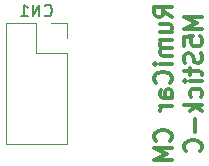
<source format=gbo>
G04 #@! TF.FileFunction,Legend,Bot*
%FSLAX46Y46*%
G04 Gerber Fmt 4.6, Leading zero omitted, Abs format (unit mm)*
G04 Created by KiCad (PCBNEW 4.0.7) date 05/22/20 14:46:27*
%MOMM*%
%LPD*%
G01*
G04 APERTURE LIST*
%ADD10C,0.100000*%
%ADD11C,0.300000*%
%ADD12C,0.120000*%
%ADD13C,0.150000*%
%ADD14R,2.100000X2.100000*%
%ADD15O,2.100000X2.100000*%
%ADD16R,1.600000X2.100000*%
%ADD17O,1.600000X2.100000*%
%ADD18C,2.100000*%
%ADD19C,3.900000*%
%ADD20C,2.000000*%
%ADD21O,2.000000X2.000000*%
G04 APERTURE END LIST*
D10*
D11*
X80048571Y-59127143D02*
X79334286Y-58627143D01*
X80048571Y-58270000D02*
X78548571Y-58270000D01*
X78548571Y-58841428D01*
X78620000Y-58984286D01*
X78691429Y-59055714D01*
X78834286Y-59127143D01*
X79048571Y-59127143D01*
X79191429Y-59055714D01*
X79262857Y-58984286D01*
X79334286Y-58841428D01*
X79334286Y-58270000D01*
X79048571Y-60412857D02*
X80048571Y-60412857D01*
X79048571Y-59770000D02*
X79834286Y-59770000D01*
X79977143Y-59841428D01*
X80048571Y-59984286D01*
X80048571Y-60198571D01*
X79977143Y-60341428D01*
X79905714Y-60412857D01*
X80048571Y-61127143D02*
X79048571Y-61127143D01*
X79191429Y-61127143D02*
X79120000Y-61198571D01*
X79048571Y-61341429D01*
X79048571Y-61555714D01*
X79120000Y-61698571D01*
X79262857Y-61770000D01*
X80048571Y-61770000D01*
X79262857Y-61770000D02*
X79120000Y-61841429D01*
X79048571Y-61984286D01*
X79048571Y-62198571D01*
X79120000Y-62341429D01*
X79262857Y-62412857D01*
X80048571Y-62412857D01*
X80048571Y-63127143D02*
X79048571Y-63127143D01*
X78548571Y-63127143D02*
X78620000Y-63055714D01*
X78691429Y-63127143D01*
X78620000Y-63198571D01*
X78548571Y-63127143D01*
X78691429Y-63127143D01*
X79905714Y-64698572D02*
X79977143Y-64627143D01*
X80048571Y-64412857D01*
X80048571Y-64270000D01*
X79977143Y-64055715D01*
X79834286Y-63912857D01*
X79691429Y-63841429D01*
X79405714Y-63770000D01*
X79191429Y-63770000D01*
X78905714Y-63841429D01*
X78762857Y-63912857D01*
X78620000Y-64055715D01*
X78548571Y-64270000D01*
X78548571Y-64412857D01*
X78620000Y-64627143D01*
X78691429Y-64698572D01*
X80048571Y-65984286D02*
X79262857Y-65984286D01*
X79120000Y-65912857D01*
X79048571Y-65770000D01*
X79048571Y-65484286D01*
X79120000Y-65341429D01*
X79977143Y-65984286D02*
X80048571Y-65841429D01*
X80048571Y-65484286D01*
X79977143Y-65341429D01*
X79834286Y-65270000D01*
X79691429Y-65270000D01*
X79548571Y-65341429D01*
X79477143Y-65484286D01*
X79477143Y-65841429D01*
X79405714Y-65984286D01*
X80048571Y-66698572D02*
X79048571Y-66698572D01*
X79334286Y-66698572D02*
X79191429Y-66770000D01*
X79120000Y-66841429D01*
X79048571Y-66984286D01*
X79048571Y-67127143D01*
X79905714Y-69627143D02*
X79977143Y-69555714D01*
X80048571Y-69341428D01*
X80048571Y-69198571D01*
X79977143Y-68984286D01*
X79834286Y-68841428D01*
X79691429Y-68770000D01*
X79405714Y-68698571D01*
X79191429Y-68698571D01*
X78905714Y-68770000D01*
X78762857Y-68841428D01*
X78620000Y-68984286D01*
X78548571Y-69198571D01*
X78548571Y-69341428D01*
X78620000Y-69555714D01*
X78691429Y-69627143D01*
X80048571Y-70270000D02*
X78548571Y-70270000D01*
X79620000Y-70770000D01*
X78548571Y-71270000D01*
X80048571Y-71270000D01*
X82598571Y-59127143D02*
X81098571Y-59127143D01*
X82170000Y-59627143D01*
X81098571Y-60127143D01*
X82598571Y-60127143D01*
X81098571Y-61555715D02*
X81098571Y-60841429D01*
X81812857Y-60770000D01*
X81741429Y-60841429D01*
X81670000Y-60984286D01*
X81670000Y-61341429D01*
X81741429Y-61484286D01*
X81812857Y-61555715D01*
X81955714Y-61627143D01*
X82312857Y-61627143D01*
X82455714Y-61555715D01*
X82527143Y-61484286D01*
X82598571Y-61341429D01*
X82598571Y-60984286D01*
X82527143Y-60841429D01*
X82455714Y-60770000D01*
X82527143Y-62198571D02*
X82598571Y-62412857D01*
X82598571Y-62770000D01*
X82527143Y-62912857D01*
X82455714Y-62984286D01*
X82312857Y-63055714D01*
X82170000Y-63055714D01*
X82027143Y-62984286D01*
X81955714Y-62912857D01*
X81884286Y-62770000D01*
X81812857Y-62484286D01*
X81741429Y-62341428D01*
X81670000Y-62270000D01*
X81527143Y-62198571D01*
X81384286Y-62198571D01*
X81241429Y-62270000D01*
X81170000Y-62341428D01*
X81098571Y-62484286D01*
X81098571Y-62841428D01*
X81170000Y-63055714D01*
X81598571Y-63484285D02*
X81598571Y-64055714D01*
X81098571Y-63698571D02*
X82384286Y-63698571D01*
X82527143Y-63769999D01*
X82598571Y-63912857D01*
X82598571Y-64055714D01*
X82598571Y-64555714D02*
X81598571Y-64555714D01*
X81098571Y-64555714D02*
X81170000Y-64484285D01*
X81241429Y-64555714D01*
X81170000Y-64627142D01*
X81098571Y-64555714D01*
X81241429Y-64555714D01*
X82527143Y-65912857D02*
X82598571Y-65770000D01*
X82598571Y-65484286D01*
X82527143Y-65341428D01*
X82455714Y-65270000D01*
X82312857Y-65198571D01*
X81884286Y-65198571D01*
X81741429Y-65270000D01*
X81670000Y-65341428D01*
X81598571Y-65484286D01*
X81598571Y-65770000D01*
X81670000Y-65912857D01*
X82598571Y-66555714D02*
X81098571Y-66555714D01*
X82027143Y-66698571D02*
X82598571Y-67127142D01*
X81598571Y-67127142D02*
X82170000Y-66555714D01*
X82027143Y-67770000D02*
X82027143Y-68912857D01*
X82455714Y-70484286D02*
X82527143Y-70412857D01*
X82598571Y-70198571D01*
X82598571Y-70055714D01*
X82527143Y-69841429D01*
X82384286Y-69698571D01*
X82241429Y-69627143D01*
X81955714Y-69555714D01*
X81741429Y-69555714D01*
X81455714Y-69627143D01*
X81312857Y-69698571D01*
X81170000Y-69841429D01*
X81098571Y-70055714D01*
X81098571Y-70198571D01*
X81170000Y-70412857D01*
X81241429Y-70484286D01*
D12*
X71180000Y-69910000D02*
X65980000Y-69910000D01*
X71180000Y-62230000D02*
X71180000Y-69910000D01*
X65980000Y-59630000D02*
X65980000Y-69910000D01*
X71180000Y-62230000D02*
X68580000Y-62230000D01*
X68580000Y-62230000D02*
X68580000Y-59630000D01*
X68580000Y-59630000D02*
X65980000Y-59630000D01*
X71180000Y-60960000D02*
X71180000Y-59630000D01*
X71180000Y-59630000D02*
X69850000Y-59630000D01*
D13*
X69270476Y-58987143D02*
X69318095Y-59034762D01*
X69460952Y-59082381D01*
X69556190Y-59082381D01*
X69699048Y-59034762D01*
X69794286Y-58939524D01*
X69841905Y-58844286D01*
X69889524Y-58653810D01*
X69889524Y-58510952D01*
X69841905Y-58320476D01*
X69794286Y-58225238D01*
X69699048Y-58130000D01*
X69556190Y-58082381D01*
X69460952Y-58082381D01*
X69318095Y-58130000D01*
X69270476Y-58177619D01*
X68841905Y-59082381D02*
X68841905Y-58082381D01*
X68270476Y-59082381D01*
X68270476Y-58082381D01*
X67270476Y-59082381D02*
X67841905Y-59082381D01*
X67556191Y-59082381D02*
X67556191Y-58082381D01*
X67651429Y-58225238D01*
X67746667Y-58320476D01*
X67841905Y-58368095D01*
%LPC*%
D14*
X69850000Y-60960000D03*
D15*
X67310000Y-60960000D03*
X69850000Y-63500000D03*
X67310000Y-63500000D03*
X69850000Y-66040000D03*
X67310000Y-66040000D03*
X69850000Y-68580000D03*
X67310000Y-68580000D03*
D16*
X81280000Y-50800000D03*
D17*
X79280000Y-50800000D03*
X77280000Y-50800000D03*
X75280000Y-50800000D03*
D16*
X81280000Y-78105000D03*
D17*
X79280000Y-78105000D03*
X77280000Y-78105000D03*
X75280000Y-78105000D03*
D14*
X73660000Y-55880000D03*
D15*
X73660000Y-58420000D03*
X73660000Y-60960000D03*
X73660000Y-63500000D03*
X73660000Y-66040000D03*
X73660000Y-68580000D03*
X73660000Y-71120000D03*
X73660000Y-73660000D03*
D10*
G36*
X65277874Y-80770372D02*
X63374628Y-79882874D01*
X64262126Y-77979628D01*
X66165372Y-78867126D01*
X65277874Y-80770372D01*
X65277874Y-80770372D01*
G37*
D18*
X67072022Y-80448450D02*
X67072022Y-80448450D01*
X69374044Y-81521901D02*
X69374044Y-81521901D01*
X71676065Y-82595351D02*
X71676065Y-82595351D01*
X73978087Y-83668802D02*
X73978087Y-83668802D01*
X76280109Y-84742252D02*
X76280109Y-84742252D01*
D14*
X63500000Y-58420000D03*
D15*
X63500000Y-60960000D03*
X63500000Y-63500000D03*
X63500000Y-66040000D03*
X63500000Y-68580000D03*
X63500000Y-71120000D03*
D10*
G36*
X74804628Y-44323126D02*
X76707874Y-43435628D01*
X77595372Y-45338874D01*
X75692126Y-46226372D01*
X74804628Y-44323126D01*
X74804628Y-44323126D01*
G37*
D18*
X73897978Y-45904450D02*
X73897978Y-45904450D01*
X71595956Y-46977901D02*
X71595956Y-46977901D01*
X69293935Y-48051351D02*
X69293935Y-48051351D01*
X66991913Y-49124802D02*
X66991913Y-49124802D01*
X64689891Y-50198252D02*
X64689891Y-50198252D01*
D19*
X64135000Y-45720000D03*
X81915000Y-45720000D03*
X64135000Y-83820000D03*
X81915000Y-83820000D03*
D20*
X69850000Y-55245000D03*
D21*
X67310000Y-55245000D03*
D20*
X69850000Y-74295000D03*
D21*
X67310000Y-74295000D03*
M02*

</source>
